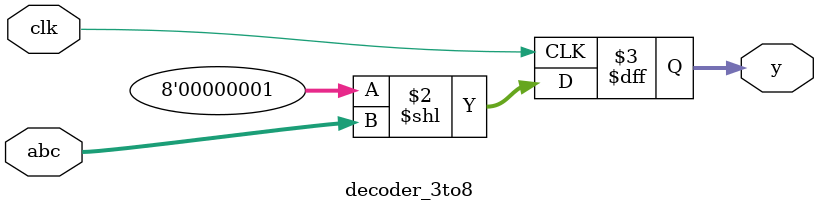
<source format=v>
module decoder_3to8 (
    input wire clk,
    input wire [2:0] abc,
    output reg [7:0] y
);

    always @(posedge clk) begin
        y <= 8'b00000001 << abc;
    end

endmodule
</source>
